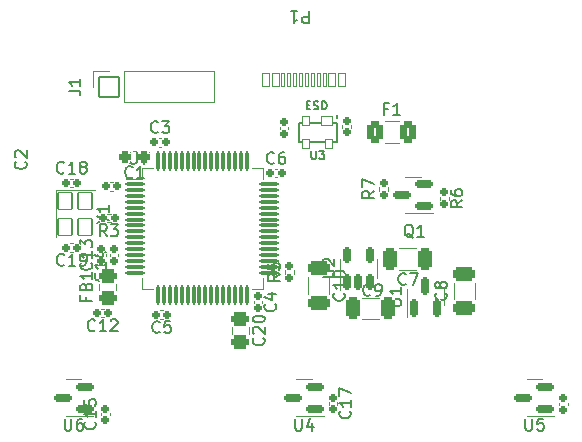
<source format=gbr>
%TF.GenerationSoftware,KiCad,Pcbnew,(7.0.0-0)*%
%TF.CreationDate,2023-04-23T01:58:13-05:00*%
%TF.ProjectId,RP2040_minimal,52503230-3430-45f6-9d69-6e696d616c2e,REV1*%
%TF.SameCoordinates,Original*%
%TF.FileFunction,Legend,Top*%
%TF.FilePolarity,Positive*%
%FSLAX46Y46*%
G04 Gerber Fmt 4.6, Leading zero omitted, Abs format (unit mm)*
G04 Created by KiCad (PCBNEW (7.0.0-0)) date 2023-04-23 01:58:13*
%MOMM*%
%LPD*%
G01*
G04 APERTURE LIST*
G04 Aperture macros list*
%AMRoundRect*
0 Rectangle with rounded corners*
0 $1 Rounding radius*
0 $2 $3 $4 $5 $6 $7 $8 $9 X,Y pos of 4 corners*
0 Add a 4 corners polygon primitive as box body*
4,1,4,$2,$3,$4,$5,$6,$7,$8,$9,$2,$3,0*
0 Add four circle primitives for the rounded corners*
1,1,$1+$1,$2,$3*
1,1,$1+$1,$4,$5*
1,1,$1+$1,$6,$7*
1,1,$1+$1,$8,$9*
0 Add four rect primitives between the rounded corners*
20,1,$1+$1,$2,$3,$4,$5,0*
20,1,$1+$1,$4,$5,$6,$7,0*
20,1,$1+$1,$6,$7,$8,$9,0*
20,1,$1+$1,$8,$9,$2,$3,0*%
G04 Aperture macros list end*
%ADD10C,0.150000*%
%ADD11C,0.120000*%
%ADD12RoundRect,0.301000X0.475000X-0.250000X0.475000X0.250000X-0.475000X0.250000X-0.475000X-0.250000X0*%
%ADD13RoundRect,0.276000X0.225000X0.250000X-0.225000X0.250000X-0.225000X-0.250000X0.225000X-0.250000X0*%
%ADD14RoundRect,0.191000X0.140000X0.170000X-0.140000X0.170000X-0.140000X-0.170000X0.140000X-0.170000X0*%
%ADD15RoundRect,0.186000X-0.185000X0.135000X-0.185000X-0.135000X0.185000X-0.135000X0.185000X0.135000X0*%
%ADD16RoundRect,0.051000X0.300000X0.575000X-0.300000X0.575000X-0.300000X-0.575000X0.300000X-0.575000X0*%
%ADD17RoundRect,0.051000X0.150000X0.575000X-0.150000X0.575000X-0.150000X-0.575000X0.150000X-0.575000X0*%
%ADD18O,1.102000X1.902000*%
%ADD19O,1.102000X2.302000*%
%ADD20RoundRect,0.201000X0.587500X0.150000X-0.587500X0.150000X-0.587500X-0.150000X0.587500X-0.150000X0*%
%ADD21RoundRect,0.201000X0.150000X-0.587500X0.150000X0.587500X-0.150000X0.587500X-0.150000X-0.587500X0*%
%ADD22RoundRect,0.051000X-0.600000X0.700000X-0.600000X-0.700000X0.600000X-0.700000X0.600000X0.700000X0*%
%ADD23RoundRect,0.050000X0.500000X0.350000X-0.500000X0.350000X-0.500000X-0.350000X0.500000X-0.350000X0*%
%ADD24RoundRect,0.050000X0.300000X0.350000X-0.300000X0.350000X-0.300000X-0.350000X0.300000X-0.350000X0*%
%ADD25RoundRect,0.301000X-0.325000X-0.650000X0.325000X-0.650000X0.325000X0.650000X-0.325000X0.650000X0*%
%ADD26RoundRect,0.191000X-0.170000X0.140000X-0.170000X-0.140000X0.170000X-0.140000X0.170000X0.140000X0*%
%ADD27RoundRect,0.301000X0.325000X0.650000X-0.325000X0.650000X-0.325000X-0.650000X0.325000X-0.650000X0*%
%ADD28RoundRect,0.191000X0.170000X-0.140000X0.170000X0.140000X-0.170000X0.140000X-0.170000X-0.140000X0*%
%ADD29RoundRect,0.301000X-0.650000X0.325000X-0.650000X-0.325000X0.650000X-0.325000X0.650000X0.325000X0*%
%ADD30RoundRect,0.191000X-0.140000X-0.170000X0.140000X-0.170000X0.140000X0.170000X-0.140000X0.170000X0*%
%ADD31RoundRect,0.186000X0.135000X0.185000X-0.135000X0.185000X-0.135000X-0.185000X0.135000X-0.185000X0*%
%ADD32RoundRect,0.186000X0.185000X-0.135000X0.185000X0.135000X-0.185000X0.135000X-0.185000X-0.135000X0*%
%ADD33RoundRect,0.301000X0.650000X-0.325000X0.650000X0.325000X-0.650000X0.325000X-0.650000X-0.325000X0*%
%ADD34RoundRect,0.126000X-0.700000X-0.075000X0.700000X-0.075000X0.700000X0.075000X-0.700000X0.075000X0*%
%ADD35RoundRect,0.126000X-0.075000X-0.700000X0.075000X-0.700000X0.075000X0.700000X-0.075000X0.700000X0*%
%ADD36RoundRect,0.051000X0.850000X-0.850000X0.850000X0.850000X-0.850000X0.850000X-0.850000X-0.850000X0*%
%ADD37O,1.802000X1.802000*%
%ADD38RoundRect,0.301000X-0.375000X-0.625000X0.375000X-0.625000X0.375000X0.625000X-0.375000X0.625000X0*%
%ADD39RoundRect,0.301000X-0.475000X0.250000X-0.475000X-0.250000X0.475000X-0.250000X0.475000X0.250000X0*%
%ADD40RoundRect,0.201000X0.150000X-0.512500X0.150000X0.512500X-0.150000X0.512500X-0.150000X-0.512500X0*%
%ADD41C,3.302000*%
%ADD42C,1.802000*%
%ADD43C,6.502000*%
G04 APERTURE END LIST*
D10*
%TO.C,FB1*%
X-18466429Y8576667D02*
X-18466429Y8243334D01*
X-17942620Y8243334D02*
X-18942620Y8243334D01*
X-18942620Y8243334D02*
X-18942620Y8719524D01*
X-18466429Y9433810D02*
X-18418810Y9576667D01*
X-18418810Y9576667D02*
X-18371191Y9624286D01*
X-18371191Y9624286D02*
X-18275953Y9671905D01*
X-18275953Y9671905D02*
X-18133096Y9671905D01*
X-18133096Y9671905D02*
X-18037858Y9624286D01*
X-18037858Y9624286D02*
X-17990239Y9576667D01*
X-17990239Y9576667D02*
X-17942620Y9481429D01*
X-17942620Y9481429D02*
X-17942620Y9100477D01*
X-17942620Y9100477D02*
X-18942620Y9100477D01*
X-18942620Y9100477D02*
X-18942620Y9433810D01*
X-18942620Y9433810D02*
X-18895000Y9529048D01*
X-18895000Y9529048D02*
X-18847381Y9576667D01*
X-18847381Y9576667D02*
X-18752143Y9624286D01*
X-18752143Y9624286D02*
X-18656905Y9624286D01*
X-18656905Y9624286D02*
X-18561667Y9576667D01*
X-18561667Y9576667D02*
X-18514048Y9529048D01*
X-18514048Y9529048D02*
X-18466429Y9433810D01*
X-18466429Y9433810D02*
X-18466429Y9100477D01*
X-17942620Y10624286D02*
X-17942620Y10052858D01*
X-17942620Y10338572D02*
X-18942620Y10338572D01*
X-18942620Y10338572D02*
X-18799762Y10243334D01*
X-18799762Y10243334D02*
X-18704524Y10148096D01*
X-18704524Y10148096D02*
X-18656905Y10052858D01*
%TO.C,C1*%
X-14516667Y18697858D02*
X-14564286Y18650239D01*
X-14564286Y18650239D02*
X-14707143Y18602620D01*
X-14707143Y18602620D02*
X-14802381Y18602620D01*
X-14802381Y18602620D02*
X-14945238Y18650239D01*
X-14945238Y18650239D02*
X-15040476Y18745477D01*
X-15040476Y18745477D02*
X-15088095Y18840715D01*
X-15088095Y18840715D02*
X-15135714Y19031191D01*
X-15135714Y19031191D02*
X-15135714Y19174048D01*
X-15135714Y19174048D02*
X-15088095Y19364524D01*
X-15088095Y19364524D02*
X-15040476Y19459762D01*
X-15040476Y19459762D02*
X-14945238Y19555000D01*
X-14945238Y19555000D02*
X-14802381Y19602620D01*
X-14802381Y19602620D02*
X-14707143Y19602620D01*
X-14707143Y19602620D02*
X-14564286Y19555000D01*
X-14564286Y19555000D02*
X-14516667Y19507381D01*
X-13564286Y18602620D02*
X-14135714Y18602620D01*
X-13850000Y18602620D02*
X-13850000Y19602620D01*
X-13850000Y19602620D02*
X-13945238Y19459762D01*
X-13945238Y19459762D02*
X-14040476Y19364524D01*
X-14040476Y19364524D02*
X-14135714Y19316905D01*
%TO.C,C12*%
X-17692858Y5742858D02*
X-17740477Y5695239D01*
X-17740477Y5695239D02*
X-17883334Y5647620D01*
X-17883334Y5647620D02*
X-17978572Y5647620D01*
X-17978572Y5647620D02*
X-18121429Y5695239D01*
X-18121429Y5695239D02*
X-18216667Y5790477D01*
X-18216667Y5790477D02*
X-18264286Y5885715D01*
X-18264286Y5885715D02*
X-18311905Y6076191D01*
X-18311905Y6076191D02*
X-18311905Y6219048D01*
X-18311905Y6219048D02*
X-18264286Y6409524D01*
X-18264286Y6409524D02*
X-18216667Y6504762D01*
X-18216667Y6504762D02*
X-18121429Y6600000D01*
X-18121429Y6600000D02*
X-17978572Y6647620D01*
X-17978572Y6647620D02*
X-17883334Y6647620D01*
X-17883334Y6647620D02*
X-17740477Y6600000D01*
X-17740477Y6600000D02*
X-17692858Y6552381D01*
X-16740477Y5647620D02*
X-17311905Y5647620D01*
X-17026191Y5647620D02*
X-17026191Y6647620D01*
X-17026191Y6647620D02*
X-17121429Y6504762D01*
X-17121429Y6504762D02*
X-17216667Y6409524D01*
X-17216667Y6409524D02*
X-17311905Y6361905D01*
X-16359524Y6552381D02*
X-16311905Y6600000D01*
X-16311905Y6600000D02*
X-16216667Y6647620D01*
X-16216667Y6647620D02*
X-15978572Y6647620D01*
X-15978572Y6647620D02*
X-15883334Y6600000D01*
X-15883334Y6600000D02*
X-15835715Y6552381D01*
X-15835715Y6552381D02*
X-15788096Y6457143D01*
X-15788096Y6457143D02*
X-15788096Y6361905D01*
X-15788096Y6361905D02*
X-15835715Y6219048D01*
X-15835715Y6219048D02*
X-16407143Y5647620D01*
X-16407143Y5647620D02*
X-15788096Y5647620D01*
%TO.C,R6*%
X13414880Y16718334D02*
X12938690Y16385001D01*
X13414880Y16146906D02*
X12414880Y16146906D01*
X12414880Y16146906D02*
X12414880Y16527858D01*
X12414880Y16527858D02*
X12462500Y16623096D01*
X12462500Y16623096D02*
X12510119Y16670715D01*
X12510119Y16670715D02*
X12605357Y16718334D01*
X12605357Y16718334D02*
X12748214Y16718334D01*
X12748214Y16718334D02*
X12843452Y16670715D01*
X12843452Y16670715D02*
X12891071Y16623096D01*
X12891071Y16623096D02*
X12938690Y16527858D01*
X12938690Y16527858D02*
X12938690Y16146906D01*
X12414880Y17575477D02*
X12414880Y17385001D01*
X12414880Y17385001D02*
X12462500Y17289763D01*
X12462500Y17289763D02*
X12510119Y17242144D01*
X12510119Y17242144D02*
X12652976Y17146906D01*
X12652976Y17146906D02*
X12843452Y17099287D01*
X12843452Y17099287D02*
X13224404Y17099287D01*
X13224404Y17099287D02*
X13319642Y17146906D01*
X13319642Y17146906D02*
X13367261Y17194525D01*
X13367261Y17194525D02*
X13414880Y17289763D01*
X13414880Y17289763D02*
X13414880Y17480239D01*
X13414880Y17480239D02*
X13367261Y17575477D01*
X13367261Y17575477D02*
X13319642Y17623096D01*
X13319642Y17623096D02*
X13224404Y17670715D01*
X13224404Y17670715D02*
X12986309Y17670715D01*
X12986309Y17670715D02*
X12891071Y17623096D01*
X12891071Y17623096D02*
X12843452Y17575477D01*
X12843452Y17575477D02*
X12795833Y17480239D01*
X12795833Y17480239D02*
X12795833Y17289763D01*
X12795833Y17289763D02*
X12843452Y17194525D01*
X12843452Y17194525D02*
X12891071Y17146906D01*
X12891071Y17146906D02*
X12986309Y17099287D01*
%TO.C,P1*%
X388094Y32737381D02*
X388094Y31737381D01*
X388094Y31737381D02*
X7142Y31737381D01*
X7142Y31737381D02*
X-88096Y31785000D01*
X-88096Y31785000D02*
X-135715Y31832620D01*
X-135715Y31832620D02*
X-183334Y31927858D01*
X-183334Y31927858D02*
X-183334Y32070715D01*
X-183334Y32070715D02*
X-135715Y32165953D01*
X-135715Y32165953D02*
X-88096Y32213572D01*
X-88096Y32213572D02*
X7142Y32261191D01*
X7142Y32261191D02*
X388094Y32261191D01*
X-1135715Y32737381D02*
X-564287Y32737381D01*
X-850001Y32737381D02*
X-850001Y31737381D01*
X-850001Y31737381D02*
X-754763Y31880239D01*
X-754763Y31880239D02*
X-659525Y31975477D01*
X-659525Y31975477D02*
X-564287Y32023096D01*
%TO.C,C5*%
X-12226667Y5607858D02*
X-12274286Y5560239D01*
X-12274286Y5560239D02*
X-12417143Y5512620D01*
X-12417143Y5512620D02*
X-12512381Y5512620D01*
X-12512381Y5512620D02*
X-12655238Y5560239D01*
X-12655238Y5560239D02*
X-12750476Y5655477D01*
X-12750476Y5655477D02*
X-12798095Y5750715D01*
X-12798095Y5750715D02*
X-12845714Y5941191D01*
X-12845714Y5941191D02*
X-12845714Y6084048D01*
X-12845714Y6084048D02*
X-12798095Y6274524D01*
X-12798095Y6274524D02*
X-12750476Y6369762D01*
X-12750476Y6369762D02*
X-12655238Y6465000D01*
X-12655238Y6465000D02*
X-12512381Y6512620D01*
X-12512381Y6512620D02*
X-12417143Y6512620D01*
X-12417143Y6512620D02*
X-12274286Y6465000D01*
X-12274286Y6465000D02*
X-12226667Y6417381D01*
X-11321905Y6512620D02*
X-11798095Y6512620D01*
X-11798095Y6512620D02*
X-11845714Y6036429D01*
X-11845714Y6036429D02*
X-11798095Y6084048D01*
X-11798095Y6084048D02*
X-11702857Y6131667D01*
X-11702857Y6131667D02*
X-11464762Y6131667D01*
X-11464762Y6131667D02*
X-11369524Y6084048D01*
X-11369524Y6084048D02*
X-11321905Y6036429D01*
X-11321905Y6036429D02*
X-11274286Y5941191D01*
X-11274286Y5941191D02*
X-11274286Y5703096D01*
X-11274286Y5703096D02*
X-11321905Y5607858D01*
X-11321905Y5607858D02*
X-11369524Y5560239D01*
X-11369524Y5560239D02*
X-11464762Y5512620D01*
X-11464762Y5512620D02*
X-11702857Y5512620D01*
X-11702857Y5512620D02*
X-11798095Y5560239D01*
X-11798095Y5560239D02*
X-11845714Y5607858D01*
%TO.C,U5*%
X18738095Y-1767380D02*
X18738095Y-2576904D01*
X18738095Y-2576904D02*
X18785714Y-2672142D01*
X18785714Y-2672142D02*
X18833333Y-2719761D01*
X18833333Y-2719761D02*
X18928571Y-2767380D01*
X18928571Y-2767380D02*
X19119047Y-2767380D01*
X19119047Y-2767380D02*
X19214285Y-2719761D01*
X19214285Y-2719761D02*
X19261904Y-2672142D01*
X19261904Y-2672142D02*
X19309523Y-2576904D01*
X19309523Y-2576904D02*
X19309523Y-1767380D01*
X20261904Y-1767380D02*
X19785714Y-1767380D01*
X19785714Y-1767380D02*
X19738095Y-2243571D01*
X19738095Y-2243571D02*
X19785714Y-2195952D01*
X19785714Y-2195952D02*
X19880952Y-2148333D01*
X19880952Y-2148333D02*
X20119047Y-2148333D01*
X20119047Y-2148333D02*
X20214285Y-2195952D01*
X20214285Y-2195952D02*
X20261904Y-2243571D01*
X20261904Y-2243571D02*
X20309523Y-2338809D01*
X20309523Y-2338809D02*
X20309523Y-2576904D01*
X20309523Y-2576904D02*
X20261904Y-2672142D01*
X20261904Y-2672142D02*
X20214285Y-2719761D01*
X20214285Y-2719761D02*
X20119047Y-2767380D01*
X20119047Y-2767380D02*
X19880952Y-2767380D01*
X19880952Y-2767380D02*
X19785714Y-2719761D01*
X19785714Y-2719761D02*
X19738095Y-2672142D01*
%TO.C,U1*%
X7242380Y7788096D02*
X8051904Y7788096D01*
X8051904Y7788096D02*
X8147142Y7835715D01*
X8147142Y7835715D02*
X8194761Y7883334D01*
X8194761Y7883334D02*
X8242380Y7978572D01*
X8242380Y7978572D02*
X8242380Y8169048D01*
X8242380Y8169048D02*
X8194761Y8264286D01*
X8194761Y8264286D02*
X8147142Y8311905D01*
X8147142Y8311905D02*
X8051904Y8359524D01*
X8051904Y8359524D02*
X7242380Y8359524D01*
X8242380Y9359524D02*
X8242380Y8788096D01*
X8242380Y9073810D02*
X7242380Y9073810D01*
X7242380Y9073810D02*
X7385238Y8978572D01*
X7385238Y8978572D02*
X7480476Y8883334D01*
X7480476Y8883334D02*
X7528095Y8788096D01*
%TO.C,Y1*%
X-17018810Y15103810D02*
X-16542620Y15103810D01*
X-17542620Y14770477D02*
X-17018810Y15103810D01*
X-17018810Y15103810D02*
X-17542620Y15437143D01*
X-16542620Y16294286D02*
X-16542620Y15722858D01*
X-16542620Y16008572D02*
X-17542620Y16008572D01*
X-17542620Y16008572D02*
X-17399762Y15913334D01*
X-17399762Y15913334D02*
X-17304524Y15818096D01*
X-17304524Y15818096D02*
X-17256905Y15722858D01*
%TO.C,U3*%
X626666Y20922834D02*
X626666Y20356167D01*
X626666Y20356167D02*
X660000Y20289500D01*
X660000Y20289500D02*
X693333Y20256167D01*
X693333Y20256167D02*
X760000Y20222834D01*
X760000Y20222834D02*
X893333Y20222834D01*
X893333Y20222834D02*
X960000Y20256167D01*
X960000Y20256167D02*
X993333Y20289500D01*
X993333Y20289500D02*
X1026666Y20356167D01*
X1026666Y20356167D02*
X1026666Y20922834D01*
X1293333Y20922834D02*
X1726666Y20922834D01*
X1726666Y20922834D02*
X1493333Y20656167D01*
X1493333Y20656167D02*
X1593333Y20656167D01*
X1593333Y20656167D02*
X1659999Y20622834D01*
X1659999Y20622834D02*
X1693333Y20589500D01*
X1693333Y20589500D02*
X1726666Y20522834D01*
X1726666Y20522834D02*
X1726666Y20356167D01*
X1726666Y20356167D02*
X1693333Y20289500D01*
X1693333Y20289500D02*
X1659999Y20256167D01*
X1659999Y20256167D02*
X1593333Y20222834D01*
X1593333Y20222834D02*
X1393333Y20222834D01*
X1393333Y20222834D02*
X1326666Y20256167D01*
X1326666Y20256167D02*
X1293333Y20289500D01*
X211666Y24784500D02*
X445000Y24784500D01*
X545000Y24417834D02*
X211666Y24417834D01*
X211666Y24417834D02*
X211666Y25117834D01*
X211666Y25117834D02*
X545000Y25117834D01*
X811666Y24451167D02*
X911666Y24417834D01*
X911666Y24417834D02*
X1078333Y24417834D01*
X1078333Y24417834D02*
X1144999Y24451167D01*
X1144999Y24451167D02*
X1178333Y24484500D01*
X1178333Y24484500D02*
X1211666Y24551167D01*
X1211666Y24551167D02*
X1211666Y24617834D01*
X1211666Y24617834D02*
X1178333Y24684500D01*
X1178333Y24684500D02*
X1144999Y24717834D01*
X1144999Y24717834D02*
X1078333Y24751167D01*
X1078333Y24751167D02*
X944999Y24784500D01*
X944999Y24784500D02*
X878333Y24817834D01*
X878333Y24817834D02*
X844999Y24851167D01*
X844999Y24851167D02*
X811666Y24917834D01*
X811666Y24917834D02*
X811666Y24984500D01*
X811666Y24984500D02*
X844999Y25051167D01*
X844999Y25051167D02*
X878333Y25084500D01*
X878333Y25084500D02*
X944999Y25117834D01*
X944999Y25117834D02*
X1111666Y25117834D01*
X1111666Y25117834D02*
X1211666Y25084500D01*
X1511666Y24417834D02*
X1511666Y25117834D01*
X1511666Y25117834D02*
X1678333Y25117834D01*
X1678333Y25117834D02*
X1778333Y25084500D01*
X1778333Y25084500D02*
X1845000Y25017834D01*
X1845000Y25017834D02*
X1878333Y24951167D01*
X1878333Y24951167D02*
X1911666Y24817834D01*
X1911666Y24817834D02*
X1911666Y24717834D01*
X1911666Y24717834D02*
X1878333Y24584500D01*
X1878333Y24584500D02*
X1845000Y24517834D01*
X1845000Y24517834D02*
X1778333Y24451167D01*
X1778333Y24451167D02*
X1678333Y24417834D01*
X1678333Y24417834D02*
X1511666Y24417834D01*
%TO.C,C9*%
X5613333Y8735358D02*
X5565714Y8687739D01*
X5565714Y8687739D02*
X5422857Y8640120D01*
X5422857Y8640120D02*
X5327619Y8640120D01*
X5327619Y8640120D02*
X5184762Y8687739D01*
X5184762Y8687739D02*
X5089524Y8782977D01*
X5089524Y8782977D02*
X5041905Y8878215D01*
X5041905Y8878215D02*
X4994286Y9068691D01*
X4994286Y9068691D02*
X4994286Y9211548D01*
X4994286Y9211548D02*
X5041905Y9402024D01*
X5041905Y9402024D02*
X5089524Y9497262D01*
X5089524Y9497262D02*
X5184762Y9592500D01*
X5184762Y9592500D02*
X5327619Y9640120D01*
X5327619Y9640120D02*
X5422857Y9640120D01*
X5422857Y9640120D02*
X5565714Y9592500D01*
X5565714Y9592500D02*
X5613333Y9544881D01*
X6089524Y8640120D02*
X6280000Y8640120D01*
X6280000Y8640120D02*
X6375238Y8687739D01*
X6375238Y8687739D02*
X6422857Y8735358D01*
X6422857Y8735358D02*
X6518095Y8878215D01*
X6518095Y8878215D02*
X6565714Y9068691D01*
X6565714Y9068691D02*
X6565714Y9449643D01*
X6565714Y9449643D02*
X6518095Y9544881D01*
X6518095Y9544881D02*
X6470476Y9592500D01*
X6470476Y9592500D02*
X6375238Y9640120D01*
X6375238Y9640120D02*
X6184762Y9640120D01*
X6184762Y9640120D02*
X6089524Y9592500D01*
X6089524Y9592500D02*
X6041905Y9544881D01*
X6041905Y9544881D02*
X5994286Y9449643D01*
X5994286Y9449643D02*
X5994286Y9211548D01*
X5994286Y9211548D02*
X6041905Y9116310D01*
X6041905Y9116310D02*
X6089524Y9068691D01*
X6089524Y9068691D02*
X6184762Y9021072D01*
X6184762Y9021072D02*
X6375238Y9021072D01*
X6375238Y9021072D02*
X6470476Y9068691D01*
X6470476Y9068691D02*
X6518095Y9116310D01*
X6518095Y9116310D02*
X6565714Y9211548D01*
%TO.C,C2*%
X-23585184Y20003770D02*
X-23537565Y19956151D01*
X-23537565Y19956151D02*
X-23489946Y19813294D01*
X-23489946Y19813294D02*
X-23489946Y19718056D01*
X-23489946Y19718056D02*
X-23537565Y19575199D01*
X-23537565Y19575199D02*
X-23632803Y19479961D01*
X-23632803Y19479961D02*
X-23728041Y19432342D01*
X-23728041Y19432342D02*
X-23918517Y19384723D01*
X-23918517Y19384723D02*
X-24061374Y19384723D01*
X-24061374Y19384723D02*
X-24251850Y19432342D01*
X-24251850Y19432342D02*
X-24347088Y19479961D01*
X-24347088Y19479961D02*
X-24442326Y19575199D01*
X-24442326Y19575199D02*
X-24489946Y19718056D01*
X-24489946Y19718056D02*
X-24489946Y19813294D01*
X-24489946Y19813294D02*
X-24442326Y19956151D01*
X-24442326Y19956151D02*
X-24394707Y20003770D01*
X-24394707Y20384723D02*
X-24442326Y20432342D01*
X-24442326Y20432342D02*
X-24489946Y20527580D01*
X-24489946Y20527580D02*
X-24489946Y20765675D01*
X-24489946Y20765675D02*
X-24442326Y20860913D01*
X-24442326Y20860913D02*
X-24394707Y20908532D01*
X-24394707Y20908532D02*
X-24299469Y20956151D01*
X-24299469Y20956151D02*
X-24204231Y20956151D01*
X-24204231Y20956151D02*
X-24061374Y20908532D01*
X-24061374Y20908532D02*
X-23489946Y20337104D01*
X-23489946Y20337104D02*
X-23489946Y20956151D01*
%TO.C,C7*%
X8618333Y9655358D02*
X8570714Y9607739D01*
X8570714Y9607739D02*
X8427857Y9560120D01*
X8427857Y9560120D02*
X8332619Y9560120D01*
X8332619Y9560120D02*
X8189762Y9607739D01*
X8189762Y9607739D02*
X8094524Y9702977D01*
X8094524Y9702977D02*
X8046905Y9798215D01*
X8046905Y9798215D02*
X7999286Y9988691D01*
X7999286Y9988691D02*
X7999286Y10131548D01*
X7999286Y10131548D02*
X8046905Y10322024D01*
X8046905Y10322024D02*
X8094524Y10417262D01*
X8094524Y10417262D02*
X8189762Y10512500D01*
X8189762Y10512500D02*
X8332619Y10560120D01*
X8332619Y10560120D02*
X8427857Y10560120D01*
X8427857Y10560120D02*
X8570714Y10512500D01*
X8570714Y10512500D02*
X8618333Y10464881D01*
X8951667Y10560120D02*
X9618333Y10560120D01*
X9618333Y10560120D02*
X9189762Y9560120D01*
%TO.C,C15*%
X-17707858Y-2022857D02*
X-17660239Y-2070476D01*
X-17660239Y-2070476D02*
X-17612620Y-2213333D01*
X-17612620Y-2213333D02*
X-17612620Y-2308571D01*
X-17612620Y-2308571D02*
X-17660239Y-2451428D01*
X-17660239Y-2451428D02*
X-17755477Y-2546666D01*
X-17755477Y-2546666D02*
X-17850715Y-2594285D01*
X-17850715Y-2594285D02*
X-18041191Y-2641904D01*
X-18041191Y-2641904D02*
X-18184048Y-2641904D01*
X-18184048Y-2641904D02*
X-18374524Y-2594285D01*
X-18374524Y-2594285D02*
X-18469762Y-2546666D01*
X-18469762Y-2546666D02*
X-18565000Y-2451428D01*
X-18565000Y-2451428D02*
X-18612620Y-2308571D01*
X-18612620Y-2308571D02*
X-18612620Y-2213333D01*
X-18612620Y-2213333D02*
X-18565000Y-2070476D01*
X-18565000Y-2070476D02*
X-18517381Y-2022857D01*
X-17612620Y-1070476D02*
X-17612620Y-1641904D01*
X-17612620Y-1356190D02*
X-18612620Y-1356190D01*
X-18612620Y-1356190D02*
X-18469762Y-1451428D01*
X-18469762Y-1451428D02*
X-18374524Y-1546666D01*
X-18374524Y-1546666D02*
X-18326905Y-1641904D01*
X-18612620Y-165714D02*
X-18612620Y-641904D01*
X-18612620Y-641904D02*
X-18136429Y-689523D01*
X-18136429Y-689523D02*
X-18184048Y-641904D01*
X-18184048Y-641904D02*
X-18231667Y-546666D01*
X-18231667Y-546666D02*
X-18231667Y-308571D01*
X-18231667Y-308571D02*
X-18184048Y-213333D01*
X-18184048Y-213333D02*
X-18136429Y-165714D01*
X-18136429Y-165714D02*
X-18041191Y-118095D01*
X-18041191Y-118095D02*
X-17803096Y-118095D01*
X-17803096Y-118095D02*
X-17707858Y-165714D01*
X-17707858Y-165714D02*
X-17660239Y-213333D01*
X-17660239Y-213333D02*
X-17612620Y-308571D01*
X-17612620Y-308571D02*
X-17612620Y-546666D01*
X-17612620Y-546666D02*
X-17660239Y-641904D01*
X-17660239Y-641904D02*
X-17707858Y-689523D01*
%TO.C,C14*%
X-16817858Y10547143D02*
X-16770239Y10499524D01*
X-16770239Y10499524D02*
X-16722620Y10356667D01*
X-16722620Y10356667D02*
X-16722620Y10261429D01*
X-16722620Y10261429D02*
X-16770239Y10118572D01*
X-16770239Y10118572D02*
X-16865477Y10023334D01*
X-16865477Y10023334D02*
X-16960715Y9975715D01*
X-16960715Y9975715D02*
X-17151191Y9928096D01*
X-17151191Y9928096D02*
X-17294048Y9928096D01*
X-17294048Y9928096D02*
X-17484524Y9975715D01*
X-17484524Y9975715D02*
X-17579762Y10023334D01*
X-17579762Y10023334D02*
X-17675000Y10118572D01*
X-17675000Y10118572D02*
X-17722620Y10261429D01*
X-17722620Y10261429D02*
X-17722620Y10356667D01*
X-17722620Y10356667D02*
X-17675000Y10499524D01*
X-17675000Y10499524D02*
X-17627381Y10547143D01*
X-16722620Y11499524D02*
X-16722620Y10928096D01*
X-16722620Y11213810D02*
X-17722620Y11213810D01*
X-17722620Y11213810D02*
X-17579762Y11118572D01*
X-17579762Y11118572D02*
X-17484524Y11023334D01*
X-17484524Y11023334D02*
X-17436905Y10928096D01*
X-17389286Y12356667D02*
X-16722620Y12356667D01*
X-17770239Y12118572D02*
X-17055953Y11880477D01*
X-17055953Y11880477D02*
X-17055953Y12499524D01*
%TO.C,C10*%
X3369955Y8863330D02*
X3417574Y8815711D01*
X3417574Y8815711D02*
X3465193Y8672854D01*
X3465193Y8672854D02*
X3465193Y8577616D01*
X3465193Y8577616D02*
X3417574Y8434759D01*
X3417574Y8434759D02*
X3322336Y8339521D01*
X3322336Y8339521D02*
X3227098Y8291902D01*
X3227098Y8291902D02*
X3036622Y8244283D01*
X3036622Y8244283D02*
X2893765Y8244283D01*
X2893765Y8244283D02*
X2703289Y8291902D01*
X2703289Y8291902D02*
X2608051Y8339521D01*
X2608051Y8339521D02*
X2512813Y8434759D01*
X2512813Y8434759D02*
X2465193Y8577616D01*
X2465193Y8577616D02*
X2465193Y8672854D01*
X2465193Y8672854D02*
X2512813Y8815711D01*
X2512813Y8815711D02*
X2560432Y8863330D01*
X3465193Y9815711D02*
X3465193Y9244283D01*
X3465193Y9529997D02*
X2465193Y9529997D01*
X2465193Y9529997D02*
X2608051Y9434759D01*
X2608051Y9434759D02*
X2703289Y9339521D01*
X2703289Y9339521D02*
X2750908Y9244283D01*
X2465193Y10434759D02*
X2465193Y10529997D01*
X2465193Y10529997D02*
X2512813Y10625235D01*
X2512813Y10625235D02*
X2560432Y10672854D01*
X2560432Y10672854D02*
X2655670Y10720473D01*
X2655670Y10720473D02*
X2846146Y10768092D01*
X2846146Y10768092D02*
X3084241Y10768092D01*
X3084241Y10768092D02*
X3274717Y10720473D01*
X3274717Y10720473D02*
X3369955Y10672854D01*
X3369955Y10672854D02*
X3417574Y10625235D01*
X3417574Y10625235D02*
X3465193Y10529997D01*
X3465193Y10529997D02*
X3465193Y10434759D01*
X3465193Y10434759D02*
X3417574Y10339521D01*
X3417574Y10339521D02*
X3369955Y10291902D01*
X3369955Y10291902D02*
X3274717Y10244283D01*
X3274717Y10244283D02*
X3084241Y10196664D01*
X3084241Y10196664D02*
X2846146Y10196664D01*
X2846146Y10196664D02*
X2655670Y10244283D01*
X2655670Y10244283D02*
X2560432Y10291902D01*
X2560432Y10291902D02*
X2512813Y10339521D01*
X2512813Y10339521D02*
X2465193Y10434759D01*
%TO.C,C3*%
X-12361667Y22517858D02*
X-12409286Y22470239D01*
X-12409286Y22470239D02*
X-12552143Y22422620D01*
X-12552143Y22422620D02*
X-12647381Y22422620D01*
X-12647381Y22422620D02*
X-12790238Y22470239D01*
X-12790238Y22470239D02*
X-12885476Y22565477D01*
X-12885476Y22565477D02*
X-12933095Y22660715D01*
X-12933095Y22660715D02*
X-12980714Y22851191D01*
X-12980714Y22851191D02*
X-12980714Y22994048D01*
X-12980714Y22994048D02*
X-12933095Y23184524D01*
X-12933095Y23184524D02*
X-12885476Y23279762D01*
X-12885476Y23279762D02*
X-12790238Y23375000D01*
X-12790238Y23375000D02*
X-12647381Y23422620D01*
X-12647381Y23422620D02*
X-12552143Y23422620D01*
X-12552143Y23422620D02*
X-12409286Y23375000D01*
X-12409286Y23375000D02*
X-12361667Y23327381D01*
X-12028333Y23422620D02*
X-11409286Y23422620D01*
X-11409286Y23422620D02*
X-11742619Y23041667D01*
X-11742619Y23041667D02*
X-11599762Y23041667D01*
X-11599762Y23041667D02*
X-11504524Y22994048D01*
X-11504524Y22994048D02*
X-11456905Y22946429D01*
X-11456905Y22946429D02*
X-11409286Y22851191D01*
X-11409286Y22851191D02*
X-11409286Y22613096D01*
X-11409286Y22613096D02*
X-11456905Y22517858D01*
X-11456905Y22517858D02*
X-11504524Y22470239D01*
X-11504524Y22470239D02*
X-11599762Y22422620D01*
X-11599762Y22422620D02*
X-11885476Y22422620D01*
X-11885476Y22422620D02*
X-11980714Y22470239D01*
X-11980714Y22470239D02*
X-12028333Y22517858D01*
%TO.C,R3*%
X-16696667Y13692620D02*
X-17030000Y14168810D01*
X-17268095Y13692620D02*
X-17268095Y14692620D01*
X-17268095Y14692620D02*
X-16887143Y14692620D01*
X-16887143Y14692620D02*
X-16791905Y14645000D01*
X-16791905Y14645000D02*
X-16744286Y14597381D01*
X-16744286Y14597381D02*
X-16696667Y14502143D01*
X-16696667Y14502143D02*
X-16696667Y14359286D01*
X-16696667Y14359286D02*
X-16744286Y14264048D01*
X-16744286Y14264048D02*
X-16791905Y14216429D01*
X-16791905Y14216429D02*
X-16887143Y14168810D01*
X-16887143Y14168810D02*
X-17268095Y14168810D01*
X-16363333Y14692620D02*
X-15744286Y14692620D01*
X-15744286Y14692620D02*
X-16077619Y14311667D01*
X-16077619Y14311667D02*
X-15934762Y14311667D01*
X-15934762Y14311667D02*
X-15839524Y14264048D01*
X-15839524Y14264048D02*
X-15791905Y14216429D01*
X-15791905Y14216429D02*
X-15744286Y14121191D01*
X-15744286Y14121191D02*
X-15744286Y13883096D01*
X-15744286Y13883096D02*
X-15791905Y13787858D01*
X-15791905Y13787858D02*
X-15839524Y13740239D01*
X-15839524Y13740239D02*
X-15934762Y13692620D01*
X-15934762Y13692620D02*
X-16220476Y13692620D01*
X-16220476Y13692620D02*
X-16315714Y13740239D01*
X-16315714Y13740239D02*
X-16363333Y13787858D01*
%TO.C,R7*%
X5947380Y17533334D02*
X5471190Y17200001D01*
X5947380Y16961906D02*
X4947380Y16961906D01*
X4947380Y16961906D02*
X4947380Y17342858D01*
X4947380Y17342858D02*
X4995000Y17438096D01*
X4995000Y17438096D02*
X5042619Y17485715D01*
X5042619Y17485715D02*
X5137857Y17533334D01*
X5137857Y17533334D02*
X5280714Y17533334D01*
X5280714Y17533334D02*
X5375952Y17485715D01*
X5375952Y17485715D02*
X5423571Y17438096D01*
X5423571Y17438096D02*
X5471190Y17342858D01*
X5471190Y17342858D02*
X5471190Y16961906D01*
X4947380Y17866668D02*
X4947380Y18533334D01*
X4947380Y18533334D02*
X5947380Y18104763D01*
%TO.C,U4*%
X-761905Y-1767380D02*
X-761905Y-2576904D01*
X-761905Y-2576904D02*
X-714286Y-2672142D01*
X-714286Y-2672142D02*
X-666667Y-2719761D01*
X-666667Y-2719761D02*
X-571429Y-2767380D01*
X-571429Y-2767380D02*
X-380953Y-2767380D01*
X-380953Y-2767380D02*
X-285715Y-2719761D01*
X-285715Y-2719761D02*
X-238096Y-2672142D01*
X-238096Y-2672142D02*
X-190477Y-2576904D01*
X-190477Y-2576904D02*
X-190477Y-1767380D01*
X714285Y-2100714D02*
X714285Y-2767380D01*
X476190Y-1719761D02*
X238095Y-2434047D01*
X238095Y-2434047D02*
X857142Y-2434047D01*
%TO.C,C6*%
X-2536667Y19907858D02*
X-2584286Y19860239D01*
X-2584286Y19860239D02*
X-2727143Y19812620D01*
X-2727143Y19812620D02*
X-2822381Y19812620D01*
X-2822381Y19812620D02*
X-2965238Y19860239D01*
X-2965238Y19860239D02*
X-3060476Y19955477D01*
X-3060476Y19955477D02*
X-3108095Y20050715D01*
X-3108095Y20050715D02*
X-3155714Y20241191D01*
X-3155714Y20241191D02*
X-3155714Y20384048D01*
X-3155714Y20384048D02*
X-3108095Y20574524D01*
X-3108095Y20574524D02*
X-3060476Y20669762D01*
X-3060476Y20669762D02*
X-2965238Y20765000D01*
X-2965238Y20765000D02*
X-2822381Y20812620D01*
X-2822381Y20812620D02*
X-2727143Y20812620D01*
X-2727143Y20812620D02*
X-2584286Y20765000D01*
X-2584286Y20765000D02*
X-2536667Y20717381D01*
X-1679524Y20812620D02*
X-1870000Y20812620D01*
X-1870000Y20812620D02*
X-1965238Y20765000D01*
X-1965238Y20765000D02*
X-2012857Y20717381D01*
X-2012857Y20717381D02*
X-2108095Y20574524D01*
X-2108095Y20574524D02*
X-2155714Y20384048D01*
X-2155714Y20384048D02*
X-2155714Y20003096D01*
X-2155714Y20003096D02*
X-2108095Y19907858D01*
X-2108095Y19907858D02*
X-2060476Y19860239D01*
X-2060476Y19860239D02*
X-1965238Y19812620D01*
X-1965238Y19812620D02*
X-1774762Y19812620D01*
X-1774762Y19812620D02*
X-1679524Y19860239D01*
X-1679524Y19860239D02*
X-1631905Y19907858D01*
X-1631905Y19907858D02*
X-1584286Y20003096D01*
X-1584286Y20003096D02*
X-1584286Y20241191D01*
X-1584286Y20241191D02*
X-1631905Y20336429D01*
X-1631905Y20336429D02*
X-1679524Y20384048D01*
X-1679524Y20384048D02*
X-1774762Y20431667D01*
X-1774762Y20431667D02*
X-1965238Y20431667D01*
X-1965238Y20431667D02*
X-2060476Y20384048D01*
X-2060476Y20384048D02*
X-2108095Y20336429D01*
X-2108095Y20336429D02*
X-2155714Y20241191D01*
%TO.C,C17*%
X3882142Y-1112857D02*
X3929761Y-1160476D01*
X3929761Y-1160476D02*
X3977380Y-1303333D01*
X3977380Y-1303333D02*
X3977380Y-1398571D01*
X3977380Y-1398571D02*
X3929761Y-1541428D01*
X3929761Y-1541428D02*
X3834523Y-1636666D01*
X3834523Y-1636666D02*
X3739285Y-1684285D01*
X3739285Y-1684285D02*
X3548809Y-1731904D01*
X3548809Y-1731904D02*
X3405952Y-1731904D01*
X3405952Y-1731904D02*
X3215476Y-1684285D01*
X3215476Y-1684285D02*
X3120238Y-1636666D01*
X3120238Y-1636666D02*
X3025000Y-1541428D01*
X3025000Y-1541428D02*
X2977380Y-1398571D01*
X2977380Y-1398571D02*
X2977380Y-1303333D01*
X2977380Y-1303333D02*
X3025000Y-1160476D01*
X3025000Y-1160476D02*
X3072619Y-1112857D01*
X3977380Y-160476D02*
X3977380Y-731904D01*
X3977380Y-446190D02*
X2977380Y-446190D01*
X2977380Y-446190D02*
X3120238Y-541428D01*
X3120238Y-541428D02*
X3215476Y-636666D01*
X3215476Y-636666D02*
X3263095Y-731904D01*
X2977380Y172858D02*
X2977380Y839524D01*
X2977380Y839524D02*
X3977380Y410953D01*
%TO.C,C8*%
X11992142Y8883334D02*
X12039761Y8835715D01*
X12039761Y8835715D02*
X12087380Y8692858D01*
X12087380Y8692858D02*
X12087380Y8597620D01*
X12087380Y8597620D02*
X12039761Y8454763D01*
X12039761Y8454763D02*
X11944523Y8359525D01*
X11944523Y8359525D02*
X11849285Y8311906D01*
X11849285Y8311906D02*
X11658809Y8264287D01*
X11658809Y8264287D02*
X11515952Y8264287D01*
X11515952Y8264287D02*
X11325476Y8311906D01*
X11325476Y8311906D02*
X11230238Y8359525D01*
X11230238Y8359525D02*
X11135000Y8454763D01*
X11135000Y8454763D02*
X11087380Y8597620D01*
X11087380Y8597620D02*
X11087380Y8692858D01*
X11087380Y8692858D02*
X11135000Y8835715D01*
X11135000Y8835715D02*
X11182619Y8883334D01*
X11515952Y9454763D02*
X11468333Y9359525D01*
X11468333Y9359525D02*
X11420714Y9311906D01*
X11420714Y9311906D02*
X11325476Y9264287D01*
X11325476Y9264287D02*
X11277857Y9264287D01*
X11277857Y9264287D02*
X11182619Y9311906D01*
X11182619Y9311906D02*
X11135000Y9359525D01*
X11135000Y9359525D02*
X11087380Y9454763D01*
X11087380Y9454763D02*
X11087380Y9645239D01*
X11087380Y9645239D02*
X11135000Y9740477D01*
X11135000Y9740477D02*
X11182619Y9788096D01*
X11182619Y9788096D02*
X11277857Y9835715D01*
X11277857Y9835715D02*
X11325476Y9835715D01*
X11325476Y9835715D02*
X11420714Y9788096D01*
X11420714Y9788096D02*
X11468333Y9740477D01*
X11468333Y9740477D02*
X11515952Y9645239D01*
X11515952Y9645239D02*
X11515952Y9454763D01*
X11515952Y9454763D02*
X11563571Y9359525D01*
X11563571Y9359525D02*
X11611190Y9311906D01*
X11611190Y9311906D02*
X11706428Y9264287D01*
X11706428Y9264287D02*
X11896904Y9264287D01*
X11896904Y9264287D02*
X11992142Y9311906D01*
X11992142Y9311906D02*
X12039761Y9359525D01*
X12039761Y9359525D02*
X12087380Y9454763D01*
X12087380Y9454763D02*
X12087380Y9645239D01*
X12087380Y9645239D02*
X12039761Y9740477D01*
X12039761Y9740477D02*
X11992142Y9788096D01*
X11992142Y9788096D02*
X11896904Y9835715D01*
X11896904Y9835715D02*
X11706428Y9835715D01*
X11706428Y9835715D02*
X11611190Y9788096D01*
X11611190Y9788096D02*
X11563571Y9740477D01*
X11563571Y9740477D02*
X11515952Y9645239D01*
%TO.C,U6*%
X-20261905Y-1767380D02*
X-20261905Y-2576904D01*
X-20261905Y-2576904D02*
X-20214286Y-2672142D01*
X-20214286Y-2672142D02*
X-20166667Y-2719761D01*
X-20166667Y-2719761D02*
X-20071429Y-2767380D01*
X-20071429Y-2767380D02*
X-19880953Y-2767380D01*
X-19880953Y-2767380D02*
X-19785715Y-2719761D01*
X-19785715Y-2719761D02*
X-19738096Y-2672142D01*
X-19738096Y-2672142D02*
X-19690477Y-2576904D01*
X-19690477Y-2576904D02*
X-19690477Y-1767380D01*
X-18785715Y-1767380D02*
X-18976191Y-1767380D01*
X-18976191Y-1767380D02*
X-19071429Y-1815000D01*
X-19071429Y-1815000D02*
X-19119048Y-1862619D01*
X-19119048Y-1862619D02*
X-19214286Y-2005476D01*
X-19214286Y-2005476D02*
X-19261905Y-2195952D01*
X-19261905Y-2195952D02*
X-19261905Y-2576904D01*
X-19261905Y-2576904D02*
X-19214286Y-2672142D01*
X-19214286Y-2672142D02*
X-19166667Y-2719761D01*
X-19166667Y-2719761D02*
X-19071429Y-2767380D01*
X-19071429Y-2767380D02*
X-18880953Y-2767380D01*
X-18880953Y-2767380D02*
X-18785715Y-2719761D01*
X-18785715Y-2719761D02*
X-18738096Y-2672142D01*
X-18738096Y-2672142D02*
X-18690477Y-2576904D01*
X-18690477Y-2576904D02*
X-18690477Y-2338809D01*
X-18690477Y-2338809D02*
X-18738096Y-2243571D01*
X-18738096Y-2243571D02*
X-18785715Y-2195952D01*
X-18785715Y-2195952D02*
X-18880953Y-2148333D01*
X-18880953Y-2148333D02*
X-19071429Y-2148333D01*
X-19071429Y-2148333D02*
X-19166667Y-2195952D01*
X-19166667Y-2195952D02*
X-19214286Y-2243571D01*
X-19214286Y-2243571D02*
X-19261905Y-2338809D01*
%TO.C,R5*%
X-2052620Y10473334D02*
X-2528810Y10140001D01*
X-2052620Y9901906D02*
X-3052620Y9901906D01*
X-3052620Y9901906D02*
X-3052620Y10282858D01*
X-3052620Y10282858D02*
X-3005000Y10378096D01*
X-3005000Y10378096D02*
X-2957381Y10425715D01*
X-2957381Y10425715D02*
X-2862143Y10473334D01*
X-2862143Y10473334D02*
X-2719286Y10473334D01*
X-2719286Y10473334D02*
X-2624048Y10425715D01*
X-2624048Y10425715D02*
X-2576429Y10378096D01*
X-2576429Y10378096D02*
X-2528810Y10282858D01*
X-2528810Y10282858D02*
X-2528810Y9901906D01*
X-3052620Y11378096D02*
X-3052620Y10901906D01*
X-3052620Y10901906D02*
X-2576429Y10854287D01*
X-2576429Y10854287D02*
X-2624048Y10901906D01*
X-2624048Y10901906D02*
X-2671667Y10997144D01*
X-2671667Y10997144D02*
X-2671667Y11235239D01*
X-2671667Y11235239D02*
X-2624048Y11330477D01*
X-2624048Y11330477D02*
X-2576429Y11378096D01*
X-2576429Y11378096D02*
X-2481191Y11425715D01*
X-2481191Y11425715D02*
X-2243096Y11425715D01*
X-2243096Y11425715D02*
X-2147858Y11378096D01*
X-2147858Y11378096D02*
X-2100239Y11330477D01*
X-2100239Y11330477D02*
X-2052620Y11235239D01*
X-2052620Y11235239D02*
X-2052620Y10997144D01*
X-2052620Y10997144D02*
X-2100239Y10901906D01*
X-2100239Y10901906D02*
X-2147858Y10854287D01*
%TO.C,C13*%
X-18037858Y11457143D02*
X-17990239Y11409524D01*
X-17990239Y11409524D02*
X-17942620Y11266667D01*
X-17942620Y11266667D02*
X-17942620Y11171429D01*
X-17942620Y11171429D02*
X-17990239Y11028572D01*
X-17990239Y11028572D02*
X-18085477Y10933334D01*
X-18085477Y10933334D02*
X-18180715Y10885715D01*
X-18180715Y10885715D02*
X-18371191Y10838096D01*
X-18371191Y10838096D02*
X-18514048Y10838096D01*
X-18514048Y10838096D02*
X-18704524Y10885715D01*
X-18704524Y10885715D02*
X-18799762Y10933334D01*
X-18799762Y10933334D02*
X-18895000Y11028572D01*
X-18895000Y11028572D02*
X-18942620Y11171429D01*
X-18942620Y11171429D02*
X-18942620Y11266667D01*
X-18942620Y11266667D02*
X-18895000Y11409524D01*
X-18895000Y11409524D02*
X-18847381Y11457143D01*
X-17942620Y12409524D02*
X-17942620Y11838096D01*
X-17942620Y12123810D02*
X-18942620Y12123810D01*
X-18942620Y12123810D02*
X-18799762Y12028572D01*
X-18799762Y12028572D02*
X-18704524Y11933334D01*
X-18704524Y11933334D02*
X-18656905Y11838096D01*
X-18942620Y12742858D02*
X-18942620Y13361905D01*
X-18942620Y13361905D02*
X-18561667Y13028572D01*
X-18561667Y13028572D02*
X-18561667Y13171429D01*
X-18561667Y13171429D02*
X-18514048Y13266667D01*
X-18514048Y13266667D02*
X-18466429Y13314286D01*
X-18466429Y13314286D02*
X-18371191Y13361905D01*
X-18371191Y13361905D02*
X-18133096Y13361905D01*
X-18133096Y13361905D02*
X-18037858Y13314286D01*
X-18037858Y13314286D02*
X-17990239Y13266667D01*
X-17990239Y13266667D02*
X-17942620Y13171429D01*
X-17942620Y13171429D02*
X-17942620Y12885715D01*
X-17942620Y12885715D02*
X-17990239Y12790477D01*
X-17990239Y12790477D02*
X-18037858Y12742858D01*
%TO.C,C19*%
X-20315130Y11289600D02*
X-20362749Y11241981D01*
X-20362749Y11241981D02*
X-20505606Y11194362D01*
X-20505606Y11194362D02*
X-20600844Y11194362D01*
X-20600844Y11194362D02*
X-20743701Y11241981D01*
X-20743701Y11241981D02*
X-20838939Y11337219D01*
X-20838939Y11337219D02*
X-20886558Y11432457D01*
X-20886558Y11432457D02*
X-20934177Y11622933D01*
X-20934177Y11622933D02*
X-20934177Y11765790D01*
X-20934177Y11765790D02*
X-20886558Y11956266D01*
X-20886558Y11956266D02*
X-20838939Y12051504D01*
X-20838939Y12051504D02*
X-20743701Y12146742D01*
X-20743701Y12146742D02*
X-20600844Y12194362D01*
X-20600844Y12194362D02*
X-20505606Y12194362D01*
X-20505606Y12194362D02*
X-20362749Y12146742D01*
X-20362749Y12146742D02*
X-20315130Y12099123D01*
X-19362749Y11194362D02*
X-19934177Y11194362D01*
X-19648463Y11194362D02*
X-19648463Y12194362D01*
X-19648463Y12194362D02*
X-19743701Y12051504D01*
X-19743701Y12051504D02*
X-19838939Y11956266D01*
X-19838939Y11956266D02*
X-19934177Y11908647D01*
X-18886558Y11194362D02*
X-18696082Y11194362D01*
X-18696082Y11194362D02*
X-18600844Y11241981D01*
X-18600844Y11241981D02*
X-18553225Y11289600D01*
X-18553225Y11289600D02*
X-18457987Y11432457D01*
X-18457987Y11432457D02*
X-18410368Y11622933D01*
X-18410368Y11622933D02*
X-18410368Y12003885D01*
X-18410368Y12003885D02*
X-18457987Y12099123D01*
X-18457987Y12099123D02*
X-18505606Y12146742D01*
X-18505606Y12146742D02*
X-18600844Y12194362D01*
X-18600844Y12194362D02*
X-18791320Y12194362D01*
X-18791320Y12194362D02*
X-18886558Y12146742D01*
X-18886558Y12146742D02*
X-18934177Y12099123D01*
X-18934177Y12099123D02*
X-18981796Y12003885D01*
X-18981796Y12003885D02*
X-18981796Y11765790D01*
X-18981796Y11765790D02*
X-18934177Y11670552D01*
X-18934177Y11670552D02*
X-18886558Y11622933D01*
X-18886558Y11622933D02*
X-18791320Y11575314D01*
X-18791320Y11575314D02*
X-18600844Y11575314D01*
X-18600844Y11575314D02*
X-18505606Y11622933D01*
X-18505606Y11622933D02*
X-18457987Y11670552D01*
X-18457987Y11670552D02*
X-18410368Y11765790D01*
%TO.C,C4*%
X-2457858Y7944375D02*
X-2410239Y7896756D01*
X-2410239Y7896756D02*
X-2362620Y7753899D01*
X-2362620Y7753899D02*
X-2362620Y7658661D01*
X-2362620Y7658661D02*
X-2410239Y7515804D01*
X-2410239Y7515804D02*
X-2505477Y7420566D01*
X-2505477Y7420566D02*
X-2600715Y7372947D01*
X-2600715Y7372947D02*
X-2791191Y7325328D01*
X-2791191Y7325328D02*
X-2934048Y7325328D01*
X-2934048Y7325328D02*
X-3124524Y7372947D01*
X-3124524Y7372947D02*
X-3219762Y7420566D01*
X-3219762Y7420566D02*
X-3315000Y7515804D01*
X-3315000Y7515804D02*
X-3362620Y7658661D01*
X-3362620Y7658661D02*
X-3362620Y7753899D01*
X-3362620Y7753899D02*
X-3315000Y7896756D01*
X-3315000Y7896756D02*
X-3267381Y7944375D01*
X-3029286Y8801518D02*
X-2362620Y8801518D01*
X-3410239Y8563423D02*
X-2695953Y8325328D01*
X-2695953Y8325328D02*
X-2695953Y8944375D01*
%TO.C,Q1*%
X9254761Y13562381D02*
X9159523Y13610000D01*
X9159523Y13610000D02*
X9064285Y13705239D01*
X9064285Y13705239D02*
X8921428Y13848096D01*
X8921428Y13848096D02*
X8826190Y13895715D01*
X8826190Y13895715D02*
X8730952Y13895715D01*
X8778571Y13657620D02*
X8683333Y13705239D01*
X8683333Y13705239D02*
X8588095Y13800477D01*
X8588095Y13800477D02*
X8540476Y13990953D01*
X8540476Y13990953D02*
X8540476Y14324286D01*
X8540476Y14324286D02*
X8588095Y14514762D01*
X8588095Y14514762D02*
X8683333Y14610000D01*
X8683333Y14610000D02*
X8778571Y14657620D01*
X8778571Y14657620D02*
X8969047Y14657620D01*
X8969047Y14657620D02*
X9064285Y14610000D01*
X9064285Y14610000D02*
X9159523Y14514762D01*
X9159523Y14514762D02*
X9207142Y14324286D01*
X9207142Y14324286D02*
X9207142Y13990953D01*
X9207142Y13990953D02*
X9159523Y13800477D01*
X9159523Y13800477D02*
X9064285Y13705239D01*
X9064285Y13705239D02*
X8969047Y13657620D01*
X8969047Y13657620D02*
X8778571Y13657620D01*
X10159523Y13657620D02*
X9588095Y13657620D01*
X9873809Y13657620D02*
X9873809Y14657620D01*
X9873809Y14657620D02*
X9778571Y14514762D01*
X9778571Y14514762D02*
X9683333Y14419524D01*
X9683333Y14419524D02*
X9588095Y14371905D01*
%TO.C,C18*%
X-20320130Y19089600D02*
X-20367749Y19041981D01*
X-20367749Y19041981D02*
X-20510606Y18994362D01*
X-20510606Y18994362D02*
X-20605844Y18994362D01*
X-20605844Y18994362D02*
X-20748701Y19041981D01*
X-20748701Y19041981D02*
X-20843939Y19137219D01*
X-20843939Y19137219D02*
X-20891558Y19232457D01*
X-20891558Y19232457D02*
X-20939177Y19422933D01*
X-20939177Y19422933D02*
X-20939177Y19565790D01*
X-20939177Y19565790D02*
X-20891558Y19756266D01*
X-20891558Y19756266D02*
X-20843939Y19851504D01*
X-20843939Y19851504D02*
X-20748701Y19946742D01*
X-20748701Y19946742D02*
X-20605844Y19994362D01*
X-20605844Y19994362D02*
X-20510606Y19994362D01*
X-20510606Y19994362D02*
X-20367749Y19946742D01*
X-20367749Y19946742D02*
X-20320130Y19899123D01*
X-19367749Y18994362D02*
X-19939177Y18994362D01*
X-19653463Y18994362D02*
X-19653463Y19994362D01*
X-19653463Y19994362D02*
X-19748701Y19851504D01*
X-19748701Y19851504D02*
X-19843939Y19756266D01*
X-19843939Y19756266D02*
X-19939177Y19708647D01*
X-18796320Y19565790D02*
X-18891558Y19613409D01*
X-18891558Y19613409D02*
X-18939177Y19661028D01*
X-18939177Y19661028D02*
X-18986796Y19756266D01*
X-18986796Y19756266D02*
X-18986796Y19803885D01*
X-18986796Y19803885D02*
X-18939177Y19899123D01*
X-18939177Y19899123D02*
X-18891558Y19946742D01*
X-18891558Y19946742D02*
X-18796320Y19994362D01*
X-18796320Y19994362D02*
X-18605844Y19994362D01*
X-18605844Y19994362D02*
X-18510606Y19946742D01*
X-18510606Y19946742D02*
X-18462987Y19899123D01*
X-18462987Y19899123D02*
X-18415368Y19803885D01*
X-18415368Y19803885D02*
X-18415368Y19756266D01*
X-18415368Y19756266D02*
X-18462987Y19661028D01*
X-18462987Y19661028D02*
X-18510606Y19613409D01*
X-18510606Y19613409D02*
X-18605844Y19565790D01*
X-18605844Y19565790D02*
X-18796320Y19565790D01*
X-18796320Y19565790D02*
X-18891558Y19518171D01*
X-18891558Y19518171D02*
X-18939177Y19470552D01*
X-18939177Y19470552D02*
X-18986796Y19375314D01*
X-18986796Y19375314D02*
X-18986796Y19184838D01*
X-18986796Y19184838D02*
X-18939177Y19089600D01*
X-18939177Y19089600D02*
X-18891558Y19041981D01*
X-18891558Y19041981D02*
X-18796320Y18994362D01*
X-18796320Y18994362D02*
X-18605844Y18994362D01*
X-18605844Y18994362D02*
X-18510606Y19041981D01*
X-18510606Y19041981D02*
X-18462987Y19089600D01*
X-18462987Y19089600D02*
X-18415368Y19184838D01*
X-18415368Y19184838D02*
X-18415368Y19375314D01*
X-18415368Y19375314D02*
X-18462987Y19470552D01*
X-18462987Y19470552D02*
X-18510606Y19518171D01*
X-18510606Y19518171D02*
X-18605844Y19565790D01*
%TO.C,U7*%
X-14751905Y20807620D02*
X-14751905Y19998096D01*
X-14751905Y19998096D02*
X-14704286Y19902858D01*
X-14704286Y19902858D02*
X-14656667Y19855239D01*
X-14656667Y19855239D02*
X-14561429Y19807620D01*
X-14561429Y19807620D02*
X-14370953Y19807620D01*
X-14370953Y19807620D02*
X-14275715Y19855239D01*
X-14275715Y19855239D02*
X-14228096Y19902858D01*
X-14228096Y19902858D02*
X-14180477Y19998096D01*
X-14180477Y19998096D02*
X-14180477Y20807620D01*
X-13799524Y20807620D02*
X-13132858Y20807620D01*
X-13132858Y20807620D02*
X-13561429Y19807620D01*
%TO.C,J1*%
X-19932620Y26016667D02*
X-19218334Y26016667D01*
X-19218334Y26016667D02*
X-19075477Y25969048D01*
X-19075477Y25969048D02*
X-18980239Y25873810D01*
X-18980239Y25873810D02*
X-18932620Y25730953D01*
X-18932620Y25730953D02*
X-18932620Y25635715D01*
X-18932620Y27016667D02*
X-18932620Y26445239D01*
X-18932620Y26730953D02*
X-19932620Y26730953D01*
X-19932620Y26730953D02*
X-19789762Y26635715D01*
X-19789762Y26635715D02*
X-19694524Y26540477D01*
X-19694524Y26540477D02*
X-19646905Y26445239D01*
%TO.C,F1*%
X7086666Y24496429D02*
X6753333Y24496429D01*
X6753333Y23972620D02*
X6753333Y24972620D01*
X6753333Y24972620D02*
X7229523Y24972620D01*
X8134285Y23972620D02*
X7562857Y23972620D01*
X7848571Y23972620D02*
X7848571Y24972620D01*
X7848571Y24972620D02*
X7753333Y24829762D01*
X7753333Y24829762D02*
X7658095Y24734524D01*
X7658095Y24734524D02*
X7562857Y24686905D01*
%TO.C,C20*%
X-3437858Y5067143D02*
X-3390239Y5019524D01*
X-3390239Y5019524D02*
X-3342620Y4876667D01*
X-3342620Y4876667D02*
X-3342620Y4781429D01*
X-3342620Y4781429D02*
X-3390239Y4638572D01*
X-3390239Y4638572D02*
X-3485477Y4543334D01*
X-3485477Y4543334D02*
X-3580715Y4495715D01*
X-3580715Y4495715D02*
X-3771191Y4448096D01*
X-3771191Y4448096D02*
X-3914048Y4448096D01*
X-3914048Y4448096D02*
X-4104524Y4495715D01*
X-4104524Y4495715D02*
X-4199762Y4543334D01*
X-4199762Y4543334D02*
X-4295000Y4638572D01*
X-4295000Y4638572D02*
X-4342620Y4781429D01*
X-4342620Y4781429D02*
X-4342620Y4876667D01*
X-4342620Y4876667D02*
X-4295000Y5019524D01*
X-4295000Y5019524D02*
X-4247381Y5067143D01*
X-4247381Y5448096D02*
X-4295000Y5495715D01*
X-4295000Y5495715D02*
X-4342620Y5590953D01*
X-4342620Y5590953D02*
X-4342620Y5829048D01*
X-4342620Y5829048D02*
X-4295000Y5924286D01*
X-4295000Y5924286D02*
X-4247381Y5971905D01*
X-4247381Y5971905D02*
X-4152143Y6019524D01*
X-4152143Y6019524D02*
X-4056905Y6019524D01*
X-4056905Y6019524D02*
X-3914048Y5971905D01*
X-3914048Y5971905D02*
X-3342620Y5400477D01*
X-3342620Y5400477D02*
X-3342620Y6019524D01*
X-4342620Y6638572D02*
X-4342620Y6733810D01*
X-4342620Y6733810D02*
X-4295000Y6829048D01*
X-4295000Y6829048D02*
X-4247381Y6876667D01*
X-4247381Y6876667D02*
X-4152143Y6924286D01*
X-4152143Y6924286D02*
X-3961667Y6971905D01*
X-3961667Y6971905D02*
X-3723572Y6971905D01*
X-3723572Y6971905D02*
X-3533096Y6924286D01*
X-3533096Y6924286D02*
X-3437858Y6876667D01*
X-3437858Y6876667D02*
X-3390239Y6829048D01*
X-3390239Y6829048D02*
X-3342620Y6733810D01*
X-3342620Y6733810D02*
X-3342620Y6638572D01*
X-3342620Y6638572D02*
X-3390239Y6543334D01*
X-3390239Y6543334D02*
X-3437858Y6495715D01*
X-3437858Y6495715D02*
X-3533096Y6448096D01*
X-3533096Y6448096D02*
X-3723572Y6400477D01*
X-3723572Y6400477D02*
X-3961667Y6400477D01*
X-3961667Y6400477D02*
X-4152143Y6448096D01*
X-4152143Y6448096D02*
X-4247381Y6495715D01*
X-4247381Y6495715D02*
X-4295000Y6543334D01*
X-4295000Y6543334D02*
X-4342620Y6638572D01*
%TO.C,U2*%
X1567380Y10208096D02*
X2376904Y10208096D01*
X2376904Y10208096D02*
X2472142Y10255715D01*
X2472142Y10255715D02*
X2519761Y10303334D01*
X2519761Y10303334D02*
X2567380Y10398572D01*
X2567380Y10398572D02*
X2567380Y10589048D01*
X2567380Y10589048D02*
X2519761Y10684286D01*
X2519761Y10684286D02*
X2472142Y10731905D01*
X2472142Y10731905D02*
X2376904Y10779524D01*
X2376904Y10779524D02*
X1567380Y10779524D01*
X1662619Y11208096D02*
X1615000Y11255715D01*
X1615000Y11255715D02*
X1567380Y11350953D01*
X1567380Y11350953D02*
X1567380Y11589048D01*
X1567380Y11589048D02*
X1615000Y11684286D01*
X1615000Y11684286D02*
X1662619Y11731905D01*
X1662619Y11731905D02*
X1757857Y11779524D01*
X1757857Y11779524D02*
X1853095Y11779524D01*
X1853095Y11779524D02*
X1995952Y11731905D01*
X1995952Y11731905D02*
X2567380Y11160477D01*
X2567380Y11160477D02*
X2567380Y11779524D01*
D11*
%TO.C,FB1*%
X-17365000Y9148748D02*
X-17365000Y9671252D01*
X-15895000Y9148748D02*
X-15895000Y9671252D01*
%TO.C,C1*%
X-14209420Y19890000D02*
X-14490580Y19890000D01*
X-14209420Y20910000D02*
X-14490580Y20910000D01*
%TO.C,C12*%
X-16942164Y6815000D02*
X-17157836Y6815000D01*
X-16942164Y7535000D02*
X-17157836Y7535000D01*
%TO.C,R6*%
X12257500Y17038641D02*
X12257500Y16731359D01*
X11497500Y17038641D02*
X11497500Y16731359D01*
%TO.C,C5*%
X-11952164Y6680000D02*
X-12167836Y6680000D01*
X-11952164Y7400000D02*
X-12167836Y7400000D01*
%TO.C,U5*%
X19500000Y-1560000D02*
X21175000Y-1560000D01*
X19500000Y-1560000D02*
X18850000Y-1560000D01*
X19500000Y1560000D02*
X20150000Y1560000D01*
X19500000Y1560000D02*
X18850000Y1560000D01*
%TO.C,U1*%
X8715000Y8550000D02*
X8715000Y6875000D01*
X8715000Y8550000D02*
X8715000Y9200000D01*
X11835000Y8550000D02*
X11835000Y7900000D01*
X11835000Y8550000D02*
X11835000Y9200000D01*
%TO.C,Y1*%
X-17710000Y17580000D02*
X-21010000Y17580000D01*
X-21010000Y17580000D02*
X-21010000Y13580000D01*
D10*
%TO.C,U3*%
X2760000Y21680000D02*
X2760000Y23280000D01*
X2760000Y23680000D02*
X2760000Y23980000D01*
X-440000Y21680000D02*
X2760000Y21680000D01*
X-440000Y21680000D02*
X-440000Y23280000D01*
X-440000Y23280000D02*
X2760000Y23280000D01*
D11*
%TO.C,C9*%
X4928748Y8497500D02*
X6351252Y8497500D01*
X4928748Y6677500D02*
X6351252Y6677500D01*
%TO.C,C2*%
X-16182164Y17540000D02*
X-16397836Y17540000D01*
X-16182164Y18260000D02*
X-16397836Y18260000D01*
%TO.C,R1*%
X3962500Y23107836D02*
X3962500Y22892164D01*
X3242500Y23107836D02*
X3242500Y22892164D01*
%TO.C,C7*%
X9496252Y10867500D02*
X8073748Y10867500D01*
X9496252Y12687500D02*
X8073748Y12687500D01*
%TO.C,C15*%
X-17180000Y-1487836D02*
X-17180000Y-1272164D01*
X-16460000Y-1487836D02*
X-16460000Y-1272164D01*
%TO.C,C14*%
X-16430000Y11982164D02*
X-16430000Y12197836D01*
X-15710000Y11982164D02*
X-15710000Y12197836D01*
%TO.C,C10*%
X2157813Y10217439D02*
X2157813Y8794935D01*
X337813Y10217439D02*
X337813Y8794935D01*
%TO.C,C3*%
X-12302836Y21990000D02*
X-12087164Y21990000D01*
X-12302836Y21270000D02*
X-12087164Y21270000D01*
%TO.C,R3*%
X-16376359Y14850000D02*
X-16683641Y14850000D01*
X-16376359Y15610000D02*
X-16683641Y15610000D01*
%TO.C,R7*%
X6370000Y17546359D02*
X6370000Y17853641D01*
X7130000Y17546359D02*
X7130000Y17853641D01*
%TO.C,U4*%
X0Y-1560000D02*
X1675000Y-1560000D01*
X0Y-1560000D02*
X-650000Y-1560000D01*
X0Y1560000D02*
X650000Y1560000D01*
X0Y1560000D02*
X-650000Y1560000D01*
%TO.C,C6*%
X-2477836Y19380000D02*
X-2262164Y19380000D01*
X-2477836Y18660000D02*
X-2262164Y18660000D01*
%TO.C,C17*%
X2810000Y-362164D02*
X2810000Y-577836D01*
X2090000Y-362164D02*
X2090000Y-577836D01*
%TO.C,C8*%
X12660000Y8338748D02*
X12660000Y9761252D01*
X14480000Y8338748D02*
X14480000Y9761252D01*
%TO.C,U6*%
X-19500000Y-1560000D02*
X-17825000Y-1560000D01*
X-19500000Y-1560000D02*
X-20150000Y-1560000D01*
X-19500000Y1560000D02*
X-18850000Y1560000D01*
X-19500000Y1560000D02*
X-20150000Y1560000D01*
%TO.C,R2*%
X-1320000Y22967836D02*
X-1320000Y22752164D01*
X-2040000Y22967836D02*
X-2040000Y22752164D01*
%TO.C,R5*%
X-1630000Y10486359D02*
X-1630000Y10793641D01*
X-870000Y10486359D02*
X-870000Y10793641D01*
%TO.C,C13*%
X-17510000Y11992164D02*
X-17510000Y12207836D01*
X-16790000Y11992164D02*
X-16790000Y12207836D01*
%TO.C,C16*%
X22330000Y-422164D02*
X22330000Y-637836D01*
X21610000Y-422164D02*
X21610000Y-637836D01*
%TO.C,C19*%
X-19564436Y12361742D02*
X-19780108Y12361742D01*
X-19564436Y13081742D02*
X-19780108Y13081742D01*
%TO.C,C4*%
X-3530000Y8218877D02*
X-3530000Y8003205D01*
X-4250000Y8218877D02*
X-4250000Y8003205D01*
%TO.C,Q1*%
X9237500Y15615000D02*
X10912500Y15615000D01*
X9237500Y15615000D02*
X8587500Y15615000D01*
X9237500Y18735000D02*
X9887500Y18735000D01*
X9237500Y18735000D02*
X8587500Y18735000D01*
%TO.C,C18*%
X-19785108Y18561742D02*
X-19569436Y18561742D01*
X-19785108Y17841742D02*
X-19569436Y17841742D01*
%TO.C,U7*%
X-13710000Y19460000D02*
X-13710000Y18510000D01*
X-13710000Y18510000D02*
X-15050000Y18510000D01*
X-13710000Y9240000D02*
X-13710000Y10190000D01*
X-12760000Y19460000D02*
X-13710000Y19460000D01*
X-12760000Y9240000D02*
X-13710000Y9240000D01*
X-4440000Y19460000D02*
X-3490000Y19460000D01*
X-4440000Y9240000D02*
X-3490000Y9240000D01*
X-3490000Y19460000D02*
X-3490000Y18510000D01*
X-3490000Y9240000D02*
X-3490000Y10190000D01*
%TO.C,J1*%
X-15260000Y25020000D02*
X-7580000Y25020000D01*
X-15260000Y25020000D02*
X-15260000Y27680000D01*
X-7580000Y25020000D02*
X-7580000Y27680000D01*
X-17860000Y26350000D02*
X-17860000Y27680000D01*
X-17860000Y27680000D02*
X-16530000Y27680000D01*
X-15260000Y27680000D02*
X-7580000Y27680000D01*
%TO.C,F1*%
X6817936Y23430000D02*
X8022064Y23430000D01*
X6817936Y21610000D02*
X8022064Y21610000D01*
%TO.C,C20*%
X-4655000Y5971252D02*
X-4655000Y5448748D01*
X-6125000Y5971252D02*
X-6125000Y5448748D01*
%TO.C,U2*%
X3040000Y10970000D02*
X3040000Y9170000D01*
X3040000Y10970000D02*
X3040000Y11770000D01*
X6160000Y10970000D02*
X6160000Y10170000D01*
X6160000Y10970000D02*
X6160000Y11770000D01*
%TD*%
%LPC*%
D12*
%TO.C,FB1*%
X-16630000Y8460000D03*
X-16630000Y10360000D03*
%TD*%
D13*
%TO.C,C1*%
X-13575000Y20400000D03*
X-15125000Y20400000D03*
%TD*%
D14*
%TO.C,C12*%
X-16570000Y7175000D03*
X-17530000Y7175000D03*
%TD*%
D15*
%TO.C,R6*%
X11877500Y17395000D03*
X11877500Y16375000D03*
%TD*%
D16*
%TO.C,P1*%
X3200000Y26895000D03*
X2400000Y26895000D03*
D17*
X1250000Y26895000D03*
X250000Y26895000D03*
X-250000Y26895000D03*
X-1250000Y26895000D03*
D16*
X-2400000Y26895000D03*
X-3200000Y26895000D03*
X-3200000Y26895000D03*
X-2400000Y26895000D03*
D17*
X-1750000Y26895000D03*
X-750000Y26895000D03*
X750000Y26895000D03*
X1750000Y26895000D03*
D16*
X2400000Y26895000D03*
X3200000Y26895000D03*
D18*
X5619999Y28119999D03*
D19*
X5619999Y32119999D03*
D18*
X-5619999Y28119999D03*
D19*
X-5619999Y32119999D03*
%TD*%
D14*
%TO.C,C5*%
X-11580000Y7040000D03*
X-12540000Y7040000D03*
%TD*%
D20*
%TO.C,U5*%
X20437500Y-950000D03*
X20437500Y950000D03*
X18562500Y0D03*
%TD*%
D21*
%TO.C,U1*%
X9325000Y7612500D03*
X11225000Y7612500D03*
X10275000Y9487500D03*
%TD*%
D22*
%TO.C,Y1*%
X-20210000Y16680000D03*
X-20210000Y14480000D03*
X-18510000Y14480000D03*
X-18510000Y16680000D03*
%TD*%
D23*
%TO.C,U3*%
X1910000Y23480000D03*
D24*
X210000Y23480000D03*
X210000Y21480000D03*
X2110000Y21480000D03*
%TD*%
D25*
%TO.C,C9*%
X4165000Y7587500D03*
X7115000Y7587500D03*
%TD*%
D14*
%TO.C,C2*%
X-15810000Y17900000D03*
X-16770000Y17900000D03*
%TD*%
D26*
%TO.C,R1*%
X3602500Y23480000D03*
X3602500Y22520000D03*
%TD*%
D27*
%TO.C,C7*%
X10260000Y11777500D03*
X7310000Y11777500D03*
%TD*%
D28*
%TO.C,C15*%
X-16820000Y-1860000D03*
X-16820000Y-900000D03*
%TD*%
%TO.C,C14*%
X-16070000Y11610000D03*
X-16070000Y12570000D03*
%TD*%
D29*
%TO.C,C10*%
X1247813Y10981187D03*
X1247813Y8031187D03*
%TD*%
D30*
%TO.C,C3*%
X-12675000Y21630000D03*
X-11715000Y21630000D03*
%TD*%
D31*
%TO.C,R3*%
X-16020000Y15230000D03*
X-17040000Y15230000D03*
%TD*%
D32*
%TO.C,R7*%
X6750000Y17190000D03*
X6750000Y18210000D03*
%TD*%
D20*
%TO.C,U4*%
X937500Y-950000D03*
X937500Y950000D03*
X-937500Y0D03*
%TD*%
D30*
%TO.C,C6*%
X-2850000Y19020000D03*
X-1890000Y19020000D03*
%TD*%
D26*
%TO.C,C17*%
X2450000Y10000D03*
X2450000Y-950000D03*
%TD*%
D33*
%TO.C,C8*%
X13570000Y7575000D03*
X13570000Y10525000D03*
%TD*%
D20*
%TO.C,U6*%
X-18562500Y-950000D03*
X-18562500Y950000D03*
X-20437500Y0D03*
%TD*%
D26*
%TO.C,R2*%
X-1680000Y23340000D03*
X-1680000Y22380000D03*
%TD*%
D32*
%TO.C,R5*%
X-1250000Y10130000D03*
X-1250000Y11150000D03*
%TD*%
D28*
%TO.C,C13*%
X-17150000Y11620000D03*
X-17150000Y12580000D03*
%TD*%
D26*
%TO.C,C16*%
X21970000Y-50000D03*
X21970000Y-1010000D03*
%TD*%
D14*
%TO.C,C19*%
X-19192272Y12721742D03*
X-20152272Y12721742D03*
%TD*%
D26*
%TO.C,C4*%
X-3890000Y8591041D03*
X-3890000Y7631041D03*
%TD*%
D20*
%TO.C,Q1*%
X10175000Y16225000D03*
X10175000Y18125000D03*
X8300000Y17175000D03*
%TD*%
D30*
%TO.C,C18*%
X-20157272Y18201742D03*
X-19197272Y18201742D03*
%TD*%
D34*
%TO.C,U7*%
X-14275000Y18100000D03*
X-14275000Y17600000D03*
X-14275000Y17100000D03*
X-14275000Y16600000D03*
X-14275000Y16100000D03*
X-14275000Y15600000D03*
X-14275000Y15100000D03*
X-14275000Y14600000D03*
X-14275000Y14100000D03*
X-14275000Y13600000D03*
X-14275000Y13100000D03*
X-14275000Y12600000D03*
X-14275000Y12100000D03*
X-14275000Y11600000D03*
X-14275000Y11100000D03*
X-14275000Y10600000D03*
D35*
X-12350000Y8675000D03*
X-11850000Y8675000D03*
X-11350000Y8675000D03*
X-10850000Y8675000D03*
X-10350000Y8675000D03*
X-9850000Y8675000D03*
X-9350000Y8675000D03*
X-8850000Y8675000D03*
X-8350000Y8675000D03*
X-7850000Y8675000D03*
X-7350000Y8675000D03*
X-6850000Y8675000D03*
X-6350000Y8675000D03*
X-5850000Y8675000D03*
X-5350000Y8675000D03*
X-4850000Y8675000D03*
D34*
X-2925000Y10600000D03*
X-2925000Y11100000D03*
X-2925000Y11600000D03*
X-2925000Y12100000D03*
X-2925000Y12600000D03*
X-2925000Y13100000D03*
X-2925000Y13600000D03*
X-2925000Y14100000D03*
X-2925000Y14600000D03*
X-2925000Y15100000D03*
X-2925000Y15600000D03*
X-2925000Y16100000D03*
X-2925000Y16600000D03*
X-2925000Y17100000D03*
X-2925000Y17600000D03*
X-2925000Y18100000D03*
D35*
X-4850000Y20025000D03*
X-5350000Y20025000D03*
X-5850000Y20025000D03*
X-6350000Y20025000D03*
X-6850000Y20025000D03*
X-7350000Y20025000D03*
X-7850000Y20025000D03*
X-8350000Y20025000D03*
X-8850000Y20025000D03*
X-9350000Y20025000D03*
X-9850000Y20025000D03*
X-10350000Y20025000D03*
X-10850000Y20025000D03*
X-11350000Y20025000D03*
X-11850000Y20025000D03*
X-12350000Y20025000D03*
%TD*%
D36*
%TO.C,J1*%
X-16530000Y26350000D03*
D37*
X-13989999Y26349999D03*
X-11449999Y26349999D03*
X-8909999Y26349999D03*
%TD*%
D38*
%TO.C,F1*%
X6020000Y22520000D03*
X8820000Y22520000D03*
%TD*%
D39*
%TO.C,C20*%
X-5390000Y6660000D03*
X-5390000Y4760000D03*
%TD*%
D40*
%TO.C,U2*%
X3650000Y9832500D03*
X4600000Y9832500D03*
X5550000Y9832500D03*
X5550000Y12107500D03*
X3650000Y12107500D03*
%TD*%
D41*
%TO.C,H3*%
X0Y-25000000D03*
%TD*%
D42*
%TO.C,REF\u002A\u002A*%
X24580000Y0D03*
X14420000Y0D03*
%TD*%
%TO.C,REF\u002A\u002A*%
X5080000Y0D03*
X-5080000Y0D03*
%TD*%
D43*
%TO.C,H2*%
X-24500000Y12000000D03*
%TD*%
%TO.C,H1*%
X24500000Y12000000D03*
%TD*%
D42*
%TO.C,REF\u002A\u002A*%
X-14420000Y0D03*
X-24580000Y0D03*
%TD*%
M02*

</source>
